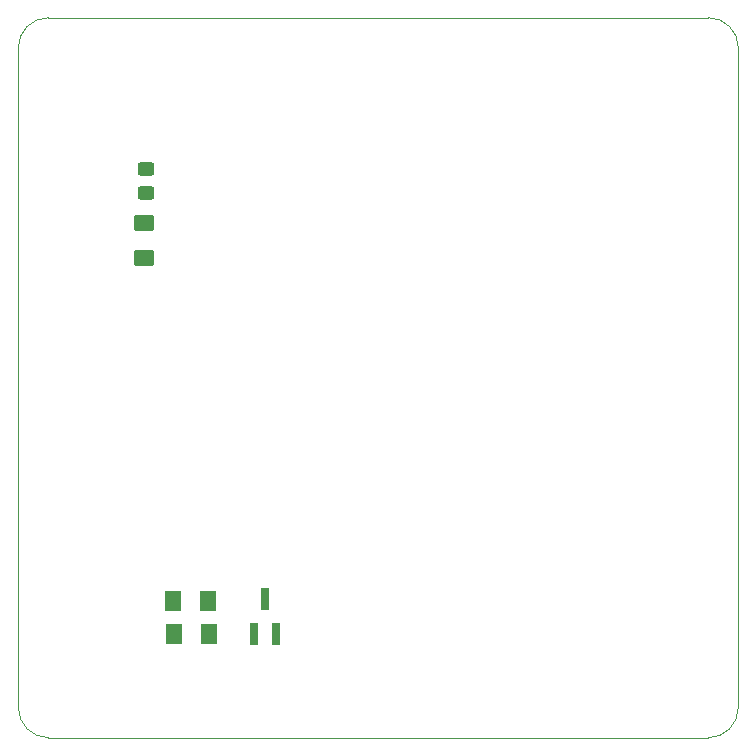
<source format=gbr>
G04 #@! TF.GenerationSoftware,KiCad,Pcbnew,(6.0.8)*
G04 #@! TF.CreationDate,2022-10-28T18:58:48+02:00*
G04 #@! TF.ProjectId,gardenWemos,67617264-656e-4576-956d-6f732e6b6963,rev?*
G04 #@! TF.SameCoordinates,Original*
G04 #@! TF.FileFunction,Paste,Top*
G04 #@! TF.FilePolarity,Positive*
%FSLAX46Y46*%
G04 Gerber Fmt 4.6, Leading zero omitted, Abs format (unit mm)*
G04 Created by KiCad (PCBNEW (6.0.8)) date 2022-10-28 18:58:48*
%MOMM*%
%LPD*%
G01*
G04 APERTURE LIST*
G04 Aperture macros list*
%AMRoundRect*
0 Rectangle with rounded corners*
0 $1 Rounding radius*
0 $2 $3 $4 $5 $6 $7 $8 $9 X,Y pos of 4 corners*
0 Add a 4 corners polygon primitive as box body*
4,1,4,$2,$3,$4,$5,$6,$7,$8,$9,$2,$3,0*
0 Add four circle primitives for the rounded corners*
1,1,$1+$1,$2,$3*
1,1,$1+$1,$4,$5*
1,1,$1+$1,$6,$7*
1,1,$1+$1,$8,$9*
0 Add four rect primitives between the rounded corners*
20,1,$1+$1,$2,$3,$4,$5,0*
20,1,$1+$1,$4,$5,$6,$7,0*
20,1,$1+$1,$6,$7,$8,$9,0*
20,1,$1+$1,$8,$9,$2,$3,0*%
G04 Aperture macros list end*
G04 #@! TA.AperFunction,Profile*
%ADD10C,0.050000*%
G04 #@! TD*
%ADD11RoundRect,0.250001X-0.624999X0.462499X-0.624999X-0.462499X0.624999X-0.462499X0.624999X0.462499X0*%
%ADD12RoundRect,0.250000X0.450000X-0.325000X0.450000X0.325000X-0.450000X0.325000X-0.450000X-0.325000X0*%
%ADD13R,0.800000X1.900000*%
%ADD14RoundRect,0.250001X0.462499X0.624999X-0.462499X0.624999X-0.462499X-0.624999X0.462499X-0.624999X0*%
G04 APERTURE END LIST*
D10*
X174752000Y-132588000D02*
G75*
G03*
X177292000Y-130048000I0J2540000D01*
G01*
X116332000Y-130048000D02*
G75*
G03*
X118872000Y-132588000I2540000J0D01*
G01*
X118872000Y-71628000D02*
G75*
G03*
X116332000Y-74168000I0J-2540000D01*
G01*
X177292000Y-74168000D02*
G75*
G03*
X174752000Y-71628000I-2540000J0D01*
G01*
X118872000Y-71628000D02*
X174752000Y-71628000D01*
X116332000Y-130048000D02*
X116332000Y-74168000D01*
X118872000Y-132588000D02*
X174752000Y-132588000D01*
X177292000Y-74168000D02*
X177292000Y-130048000D01*
D11*
X127000000Y-91948000D03*
X127000000Y-88973000D03*
D12*
X127127000Y-86505000D03*
X127127000Y-84455000D03*
D13*
X136276000Y-123825000D03*
X138176000Y-123825000D03*
X137226000Y-120825000D03*
D14*
X132424500Y-121031000D03*
X129449500Y-121031000D03*
X132461000Y-123825000D03*
X129486000Y-123825000D03*
M02*

</source>
